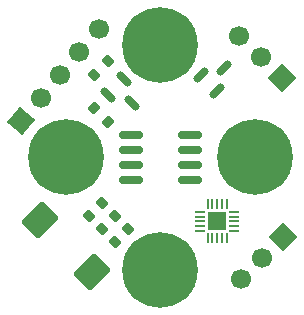
<source format=gbr>
%TF.GenerationSoftware,KiCad,Pcbnew,9.0.5*%
%TF.CreationDate,2025-12-02T23:56:59+01:00*%
%TF.ProjectId,D1,44312e6b-6963-4616-945f-706362585858,rev?*%
%TF.SameCoordinates,Original*%
%TF.FileFunction,Soldermask,Top*%
%TF.FilePolarity,Negative*%
%FSLAX46Y46*%
G04 Gerber Fmt 4.6, Leading zero omitted, Abs format (unit mm)*
G04 Created by KiCad (PCBNEW 9.0.5) date 2025-12-02 23:56:59*
%MOMM*%
%LPD*%
G01*
G04 APERTURE LIST*
G04 Aperture macros list*
%AMRoundRect*
0 Rectangle with rounded corners*
0 $1 Rounding radius*
0 $2 $3 $4 $5 $6 $7 $8 $9 X,Y pos of 4 corners*
0 Add a 4 corners polygon primitive as box body*
4,1,4,$2,$3,$4,$5,$6,$7,$8,$9,$2,$3,0*
0 Add four circle primitives for the rounded corners*
1,1,$1+$1,$2,$3*
1,1,$1+$1,$4,$5*
1,1,$1+$1,$6,$7*
1,1,$1+$1,$8,$9*
0 Add four rect primitives between the rounded corners*
20,1,$1+$1,$2,$3,$4,$5,0*
20,1,$1+$1,$4,$5,$6,$7,0*
20,1,$1+$1,$6,$7,$8,$9,0*
20,1,$1+$1,$8,$9,$2,$3,0*%
%AMHorizOval*
0 Thick line with rounded ends*
0 $1 width*
0 $2 $3 position (X,Y) of the first rounded end (center of the circle)*
0 $4 $5 position (X,Y) of the second rounded end (center of the circle)*
0 Add line between two ends*
20,1,$1,$2,$3,$4,$5,0*
0 Add two circle primitives to create the rounded ends*
1,1,$1,$2,$3*
1,1,$1,$4,$5*%
%AMRotRect*
0 Rectangle, with rotation*
0 The origin of the aperture is its center*
0 $1 length*
0 $2 width*
0 $3 Rotation angle, in degrees counterclockwise*
0 Add horizontal line*
21,1,$1,$2,0,0,$3*%
G04 Aperture macros list end*
%ADD10RoundRect,0.200000X-0.053033X0.335876X-0.335876X0.053033X0.053033X-0.335876X0.335876X-0.053033X0*%
%ADD11RoundRect,0.150000X-0.309359X-0.521491X0.521491X0.309359X0.309359X0.521491X-0.521491X-0.309359X0*%
%ADD12RoundRect,0.250000X1.294005X0.183848X0.183848X1.294005X-1.294005X-0.183848X-0.183848X-1.294005X0*%
%ADD13RoundRect,0.050000X-0.050000X0.375000X-0.050000X-0.375000X0.050000X-0.375000X0.050000X0.375000X0*%
%ADD14RoundRect,0.050000X-0.375000X0.050000X-0.375000X-0.050000X0.375000X-0.050000X0.375000X0.050000X0*%
%ADD15R,1.650000X1.650000*%
%ADD16RoundRect,0.150000X-0.521491X0.309359X0.309359X-0.521491X0.521491X-0.309359X-0.309359X0.521491X0*%
%ADD17RoundRect,0.200000X0.335876X0.053033X0.053033X0.335876X-0.335876X-0.053033X-0.053033X-0.335876X0*%
%ADD18C,6.400000*%
%ADD19RoundRect,0.150000X-0.825000X-0.150000X0.825000X-0.150000X0.825000X0.150000X-0.825000X0.150000X0*%
%ADD20RotRect,1.700000X1.700000X320.000000*%
%ADD21HorizOval,1.700000X0.000000X0.000000X0.000000X0.000000X0*%
%ADD22RotRect,1.700000X1.700000X135.000000*%
%ADD23HorizOval,1.700000X0.000000X0.000000X0.000000X0.000000X0*%
%ADD24RotRect,1.700000X1.700000X45.000000*%
%ADD25HorizOval,1.700000X0.000000X0.000000X0.000000X0.000000X0*%
G04 APERTURE END LIST*
D10*
%TO.C,R5*%
X85083363Y-73816637D03*
X83916637Y-74983363D03*
%TD*%
D11*
%TO.C,Q2*%
X93415336Y-63041161D03*
X94758839Y-64384664D03*
X95412913Y-62387087D03*
%TD*%
D10*
%TO.C,R1*%
X85583363Y-61816637D03*
X84416637Y-62983363D03*
%TD*%
D12*
%TO.C,C5*%
X84206173Y-79706173D03*
X79793827Y-75293827D03*
%TD*%
D10*
%TO.C,R6*%
X86183363Y-74916637D03*
X85016637Y-76083363D03*
%TD*%
D13*
%TO.C,U3*%
X95600000Y-73950000D03*
X95200000Y-73950000D03*
X94800000Y-73950000D03*
X94400000Y-73950000D03*
X94000000Y-73950000D03*
D14*
X93350000Y-74600000D03*
X93350000Y-75000000D03*
X93350000Y-75400000D03*
X93350000Y-75800000D03*
X93350000Y-76200000D03*
D13*
X94000000Y-76850000D03*
X94400000Y-76850000D03*
X94800000Y-76850000D03*
X95200000Y-76850000D03*
X95600000Y-76850000D03*
D14*
X96250000Y-76200000D03*
X96250000Y-75800000D03*
X96250000Y-75400000D03*
X96250000Y-75000000D03*
X96250000Y-74600000D03*
D15*
X94800000Y-75400000D03*
%TD*%
D16*
%TO.C,Q1*%
X86908839Y-63365336D03*
X85565336Y-64708839D03*
X87562913Y-65362913D03*
%TD*%
D17*
%TO.C,R4*%
X85583363Y-66983363D03*
X84416637Y-65816637D03*
%TD*%
D18*
%TO.C,H1*%
X82000000Y-70000000D03*
%TD*%
%TO.C,H2*%
X98000000Y-70000000D03*
%TD*%
D10*
%TO.C,R7*%
X87283363Y-76016637D03*
X86116637Y-77183363D03*
%TD*%
D18*
%TO.C,H4*%
X90000000Y-79500000D03*
%TD*%
%TO.C,H3*%
X90000000Y-60500000D03*
%TD*%
D19*
%TO.C,U2*%
X87525000Y-68095000D03*
X87525000Y-69365000D03*
X87525000Y-70635000D03*
X87525000Y-71905000D03*
X92475000Y-71905000D03*
X92475000Y-70635000D03*
X92475000Y-69365000D03*
X92475000Y-68095000D03*
%TD*%
D20*
%TO.C,J2*%
X78237853Y-66883844D03*
D21*
X79870534Y-64938091D03*
X81503214Y-62992338D03*
X83135895Y-61046585D03*
X84768575Y-59100832D03*
%TD*%
D22*
%TO.C,J3*%
X100396051Y-76703949D03*
D23*
X98600000Y-78500000D03*
X96803949Y-80296051D03*
%TD*%
D24*
%TO.C,J1*%
X100285445Y-63285445D03*
D25*
X98489394Y-61489394D03*
X96693343Y-59693343D03*
%TD*%
M02*

</source>
